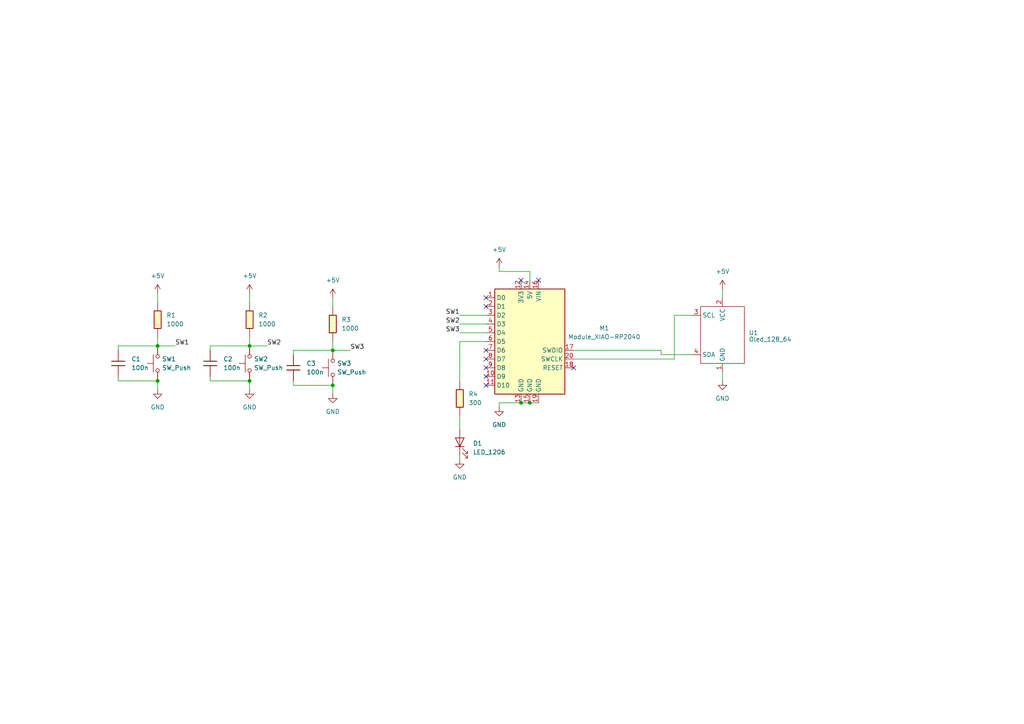
<source format=kicad_sch>
(kicad_sch (version 20250114) (generator "eeschema") (generator_version "9.0")
  (paper "A4")
  (lib_symbols
    (symbol "Fab Academy 2025:C_1206" (pin_numbers (hide yes))
      (property "Reference" "C" (at 0.635 2.54 0))
      (property "Value" "C_1206" (at 0.635 -2.54 0))
      (symbol "C_1206_1_1"
        (polyline (pts (xy -1.905 0.635) (xy 1.905 0.635)) (stroke (width 0.25)))
        (polyline (pts (xy -1.905 -0.635) (xy 1.905 -0.635)) (stroke (width 0.25)))
        (pin passive line (at 0 3.81 270) (length 3.175) (name "~") (number "1"))
        (pin passive line (at 0 -3.81 90) (length 3.175) (name "~") (number "2"))
      )
    )
    (symbol "Fab Academy 2025:LED_1206" (pin_numbers (hide yes)) (pin_names (offset 1.016) (hide yes))
      (property "Reference" "D" (at 0 2.54 0))
      (property "Value" "LED_1206" (at 0 -2.54 0))
      (symbol "LED_1206_0_1"
        (polyline (pts (xy -3.048 -0.762) (xy -4.572 -2.286) (xy -3.81 -2.286) (xy -4.572 -2.286) (xy -4.572 -1.524)))
        (polyline (pts (xy -1.778 -0.762) (xy -3.302 -2.286) (xy -2.54 -2.286) (xy -3.302 -2.286) (xy -3.302 -1.524)))
        (polyline (pts (xy -1.27 0) (xy 1.27 0)))
        (polyline (pts (xy -1.27 -1.27) (xy -1.27 1.27)) (stroke (width 0.2032)))
        (polyline (pts (xy 1.27 -1.27) (xy 1.27 1.27) (xy -1.27 0) (xy 1.27 -1.27)) (stroke (width 0.2032)))
      )
      (symbol "LED_1206_1_1"
        (pin passive line (at -3.81 0 0) (length 2.54) (name "K") (number "1"))
        (pin passive line (at 3.81 0 180) (length 2.54) (name "A") (number "2"))
      )
    )
    (symbol "Fab Academy 2025:Module_XIAO-RP2040"
      (property "Reference" "M" (at -10.16 16.51 0))
      (property "Value" "Module_XIAO-RP2040" (at 3.81 16.51 0))
      (symbol "Module_XIAO-RP2040_1_1"
        (rectangle (start -10.16 15.24) (end 10.16 -15.24) (stroke (width 0.254)) (fill (type background)))
        (pin bidirectional line (at -12.7 12.7 0) (length 2.54) (name "D0") (number "1"))
        (pin bidirectional line (at -12.7 10.16 0) (length 2.54) (name "D1") (number "2"))
        (pin bidirectional line (at -12.7 7.62 0) (length 2.54) (name "D2") (number "3"))
        (pin bidirectional line (at -12.7 5.08 0) (length 2.54) (name "D3") (number "4"))
        (pin bidirectional line (at -12.7 2.54 0) (length 2.54) (name "D4") (number "5"))
        (pin bidirectional line (at -12.7 0 0) (length 2.54) (name "D5") (number "6"))
        (pin bidirectional line (at -12.7 -2.54 0) (length 2.54) (name "D6") (number "7"))
        (pin bidirectional line (at -12.7 -5.08 0) (length 2.54) (name "D7") (number "8"))
        (pin bidirectional line (at -12.7 -7.62 0) (length 2.54) (name "D8") (number "9"))
        (pin bidirectional line (at -12.7 -10.16 0) (length 2.54) (name "D9") (number "10"))
        (pin bidirectional line (at -12.7 -12.7 0) (length 2.54) (name "D10") (number "11"))
        (pin power_in line (at -2.54 17.78 270) (length 2.54) (name "3V3") (number "12"))
        (pin power_in line (at -2.54 -17.78 90) (length 2.54) (name "GND") (number "13"))
        (pin power_in line (at 0 17.78 270) (length 2.54) (name "5V") (number "14"))
        (pin power_in line (at 0 -17.78 90) (length 2.54) (name "GND") (number "15"))
        (pin power_in line (at 2.54 17.78 270) (length 2.54) (name "VIN") (number "16"))
        (pin power_in line (at 2.54 -17.78 90) (length 2.54) (name "GND") (number "19"))
        (pin bidirectional line (at 12.7 -2.54 180) (length 2.54) (name "SWDIO") (number "17"))
        (pin input line (at 12.7 -5.08 180) (length 2.54) (name "SWCLK") (number "20"))
        (pin input line (at 12.7 -7.62 180) (length 2.54) (name "RESET") (number "18"))
      )
    )
    (symbol "Fab Academy 2025:R_1206" (pin_numbers (hide yes)) (pin_names (offset 0))
      (property "Reference" "R" (at 2.54 0 90))
      (property "Value" "R_1206" (at -2.54 0 90))
      (symbol "R_1206_0_1"
        (rectangle (start -1.016 -2.54) (end 1.016 2.54) (stroke (width 0.254)) (fill (type background)))
      )
      (symbol "R_1206_1_1"
        (pin passive line (at 0 5.08 270) (length 2.54) (name "~") (number "1"))
        (pin passive line (at 0 -5.08 90) (length 2.54) (name "~") (number "2"))
      )
    )
    (symbol "Fab Academy 2025:Switch_Tactile_Omron" (pin_numbers (hide yes)) (pin_names (offset 1.016) (hide yes))
      (property "Reference" "SW" (at 1.27 2.54 0))
      (property "Value" "Switch_Tactile_Omron" (at 0 -1.524 0))
      (symbol "Switch_Tactile_Omron_0_1"
        (circle (center -2.032 0) (radius 0.508))
        (polyline (pts (xy 0 1.27) (xy 0 3.048)))
        (circle (center 2.032 0) (radius 0.508))
        (polyline (pts (xy 2.54 1.27) (xy -2.54 1.27)))
        (pin passive line (at -5.08 0 0) (length 2.54) (name "1") (number "1"))
        (pin passive line (at 5.08 0 180) (length 2.54) (name "2") (number "2"))
      )
    )
    (symbol "power:+5V" (power) (pin_numbers (hide yes)) (pin_names (offset 0) (hide yes))
      (property "Value" "+5V" (at 0 3.556 0))
      (symbol "+5V_0_1"
        (polyline (pts (xy -0.762 1.27) (xy 0 2.54)))
        (polyline (pts (xy 0 2.54) (xy 0.762 1.27)))
        (polyline (pts (xy 0 0) (xy 0 2.54)))
      )
      (symbol "+5V_1_1"
        (pin power_in line (at 0 0 90) (length 0) (name "~") (number "1"))
      )
    )
    (symbol "power:GND" (power) (pin_numbers (hide yes)) (pin_names (offset 0) (hide yes))
      (property "Value" "GND" (at 0 -3.81 0))
      (symbol "GND_0_1"
        (polyline (pts (xy 0 0) (xy 0 -1.27) (xy 1.27 -1.27) (xy 0 -2.54) (xy -1.27 -1.27) (xy 0 -1.27)))
      )
      (symbol "GND_1_1"
        (pin power_in line (at 0 0 270) (length 0) (name "~") (number "1"))
      )
    )
    (symbol "training board  3 symbol:oled_adafruit"
      (property "Reference" "U" (at 2.54 -1.778 0))
      (property "Value" "Oled_128_64" (at 2.54 -4.572 0))
      (symbol "oled_adafruit_0_1"
        (rectangle (start -3.81 5.08) (end 8.89 -11.43))
      )
      (symbol "oled_adafruit_1_1"
        (pin input line (at -6.35 2.54 0) (length 2.54) (name "SCL") (number "3"))
        (pin bidirectional line (at -6.35 -8.89 0) (length 2.54) (name "SDA") (number "4"))
        (pin power_in line (at 2.54 7.62 270) (length 2.54) (name "VCC") (number "2"))
        (pin power_out line (at 2.54 -13.97 90) (length 2.54) (name "GND") (number "1"))
      )
    )
  )
  (junction (at 45.72 110.49))
  (junction (at 72.39 110.49))
  (junction (at 72.39 100.33))
  (junction (at 96.52 111.76))
  (junction (at 96.52 101.6))
  (junction (at 153.67 116.84))
  (junction (at 151.13 116.84))
  (junction (at 45.72 100.33))
  (no_connect (at 151.13 81.28))
  (no_connect (at 140.97 111.76))
  (no_connect (at 166.37 106.68))
  (no_connect (at 156.21 81.28))
  (no_connect (at 140.97 86.36))
  (no_connect (at 140.97 104.14))
  (no_connect (at 140.97 101.6))
  (no_connect (at 140.97 106.68))
  (no_connect (at 140.97 109.22))
  (no_connect (at 140.97 88.9))
  (wire (pts (xy 34.29 101.6) (xy 34.29 100.33)))
  (wire (pts (xy 156.21 116.84) (xy 153.67 116.84)))
  (wire (pts (xy 153.67 78.74) (xy 144.78 78.74)))
  (wire (pts (xy 133.35 99.06) (xy 140.97 99.06)))
  (wire (pts (xy 133.35 91.44) (xy 140.97 91.44)))
  (wire (pts (xy 133.35 96.52) (xy 140.97 96.52)))
  (wire (pts (xy 166.37 104.14) (xy 195.58 104.14)))
  (wire (pts (xy 200.66 91.44) (xy 195.58 91.44)))
  (wire (pts (xy 45.72 97.79) (xy 45.72 100.33)))
  (wire (pts (xy 60.96 110.49) (xy 72.39 110.49)))
  (wire (pts (xy 72.39 85.09) (xy 72.39 87.63)))
  (wire (pts (xy 34.29 110.49) (xy 45.72 110.49)))
  (wire (pts (xy 34.29 100.33) (xy 45.72 100.33)))
  (wire (pts (xy 153.67 78.74) (xy 153.67 81.28)))
  (wire (pts (xy 133.35 120.65) (xy 133.35 124.46)))
  (wire (pts (xy 209.55 107.95) (xy 209.55 110.49)))
  (wire (pts (xy 96.52 99.06) (xy 96.52 101.6)))
  (wire (pts (xy 72.39 100.33) (xy 77.47 100.33)))
  (wire (pts (xy 72.39 97.79) (xy 72.39 100.33)))
  (wire (pts (xy 60.96 109.22) (xy 60.96 110.49)))
  (wire (pts (xy 85.09 102.87) (xy 85.09 101.6)))
  (wire (pts (xy 191.77 102.87) (xy 191.77 101.6)))
  (wire (pts (xy 60.96 101.6) (xy 60.96 100.33)))
  (wire (pts (xy 144.78 78.74) (xy 144.78 77.47)))
  (wire (pts (xy 60.96 100.33) (xy 72.39 100.33)))
  (wire (pts (xy 85.09 101.6) (xy 96.52 101.6)))
  (wire (pts (xy 85.09 111.76) (xy 96.52 111.76)))
  (wire (pts (xy 195.58 91.44) (xy 195.58 104.14)))
  (wire (pts (xy 85.09 110.49) (xy 85.09 111.76)))
  (wire (pts (xy 133.35 132.08) (xy 133.35 133.35)))
  (wire (pts (xy 151.13 116.84) (xy 144.78 116.84)))
  (wire (pts (xy 133.35 110.49) (xy 133.35 99.06)))
  (wire (pts (xy 200.66 102.87) (xy 191.77 102.87)))
  (wire (pts (xy 133.35 93.98) (xy 140.97 93.98)))
  (wire (pts (xy 34.29 109.22) (xy 34.29 110.49)))
  (wire (pts (xy 96.52 101.6) (xy 101.6 101.6)))
  (wire (pts (xy 191.77 101.6) (xy 166.37 101.6)))
  (wire (pts (xy 45.72 110.49) (xy 45.72 113.03)))
  (wire (pts (xy 45.72 85.09) (xy 45.72 87.63)))
  (wire (pts (xy 45.72 100.33) (xy 50.8 100.33)))
  (wire (pts (xy 153.67 116.84) (xy 151.13 116.84)))
  (wire (pts (xy 96.52 86.36) (xy 96.52 88.9)))
  (wire (pts (xy 72.39 110.49) (xy 72.39 113.03)))
  (wire (pts (xy 144.78 116.84) (xy 144.78 118.11)))
  (wire (pts (xy 96.52 111.76) (xy 96.52 114.3)))
  (wire (pts (xy 209.55 83.82) (xy 209.55 86.36)))
  (label "SW1" (at 50.8 100.33 0))
  (label "SW2" (at 133.35 93.98 180))
  (label "SW3" (at 133.35 96.52 180))
  (label "SW2" (at 77.47 100.33 0))
  (label "SW3" (at 101.6 101.6 0))
  (label "SW1" (at 133.35 91.44 180))
  (symbol (lib_id "Fab Academy 2025:R_1206") (at 96.52 93.98 0) (unit 1)
    (property "Reference" "R3" (at 99.06 92.7099 0) (effects (justify left)))
    (property "Value" "1000" (at 99.06 95.2499 0) (effects (justify left)))
    (property "Footprint" "Fab Academy 2025:R_1206" (effects (hide yes)))
    (property "Description" "Resistor" (effects (hide yes)))
  )
  (symbol (lib_id "power:GND") (at 45.72 113.03 0) (unit 1)
    (property "Reference" "#PWR04" (effects (hide yes)))
    (property "Value" "GND" (at 45.72 118.11 0))
    (property "Description" "Power symbol creates a global label with name \"GND\" , ground" (effects (hide yes)))
  )
  (symbol (lib_id "power:GND") (at 144.78 118.11 0) (unit 1)
    (property "Reference" "#PWR02" (effects (hide yes)))
    (property "Value" "GND" (at 144.78 123.19 0))
    (property "Description" "Power symbol creates a global label with name \"GND\" , ground" (effects (hide yes)))
  )
  (symbol (lib_id "power:+5V") (at 72.39 85.09 0) (unit 1)
    (property "Reference" "#PWR05" (effects (hide yes)))
    (property "Value" "+5V" (at 72.39 80.01 0))
    (property "Description" "Power symbol creates a global label with name \"+5V\"" (effects (hide yes)))
  )
  (symbol (lib_id "Fab Academy 2025:R_1206") (at 72.39 92.71 0) (unit 1)
    (property "Reference" "R2" (at 74.93 91.4399 0) (effects (justify left)))
    (property "Value" "1000" (at 74.93 93.9799 0) (effects (justify left)))
    (property "Footprint" "Fab Academy 2025:R_1206" (effects (hide yes)))
    (property "Description" "Resistor" (effects (hide yes)))
  )
  (symbol (lib_id "Fab Academy 2025:Module_XIAO-RP2040") (at 153.67 99.06 0) (unit 1)
    (property "Reference" "M1" (at 175.26 95.1798 0))
    (property "Value" "Module_XIAO-RP2040" (at 175.26 97.7198 0))
    (property "Footprint" "Fab Academy 2025:SeeedStudio_XIAO_RP2040" (effects (hide yes)))
    (property "Datasheet" "https://wiki.seeedstudio.com/XIAO-RP2040/" (effects (hide yes)))
    (property "Description" "RP2040 XIAO RP2040 - ARM® Cortex®-M0+ MCU 32-Bit Embedded Evaluation Board" (effects (hide yes)))
  )
  (symbol (lib_id "power:+5V") (at 45.72 85.09 0) (unit 1)
    (property "Reference" "#PWR03" (effects (hide yes)))
    (property "Value" "+5V" (at 45.72 80.01 0))
    (property "Description" "Power symbol creates a global label with name \"+5V\"" (effects (hide yes)))
  )
  (symbol (lib_id "Fab Academy 2025:C_1206") (at 60.96 105.41 0) (unit 1)
    (property "Reference" "C2" (at 64.77 104.1399 0) (effects (justify left)))
    (property "Value" "100n" (at 64.77 106.6799 0) (effects (justify left)))
    (property "Footprint" "Fab Academy 2025:C_1206" (effects (hide yes)))
    (property "Datasheet" "https://www.yageo.com/upload/media/product/productsearch/datasheet/mlcc/UPY-GP_NP0_16V-to-50V_18.pdf" (effects (hide yes)))
    (property "Description" "Unpolarized capacitor, SMD, 1206" (effects (hide yes)))
  )
  (symbol (lib_id "power:GND") (at 72.39 113.03 0) (unit 1)
    (property "Reference" "#PWR06" (effects (hide yes)))
    (property "Value" "GND" (at 72.39 118.11 0))
    (property "Description" "Power symbol creates a global label with name \"GND\" , ground" (effects (hide yes)))
  )
  (symbol (lib_id "Fab Academy 2025:C_1206") (at 85.09 106.68 0) (unit 1)
    (property "Reference" "C3" (at 88.9 105.4099 0) (effects (justify left)))
    (property "Value" "100n" (at 88.9 107.9499 0) (effects (justify left)))
    (property "Footprint" "Fab Academy 2025:C_1206" (effects (hide yes)))
    (property "Datasheet" "https://www.yageo.com/upload/media/product/productsearch/datasheet/mlcc/UPY-GP_NP0_16V-to-50V_18.pdf" (effects (hide yes)))
    (property "Description" "Unpolarized capacitor, SMD, 1206" (effects (hide yes)))
  )
  (symbol (lib_id "Fab Academy 2025:LED_1206") (at 133.35 128.27 90) (unit 1)
    (property "Reference" "D1" (at 137.16 128.6001 90) (effects (justify right)))
    (property "Value" "LED_1206" (at 137.16 131.1401 90) (effects (justify right)))
    (property "Footprint" "Fab Academy 2025:LED_1206" (effects (hide yes)))
    (property "Datasheet" "https://optoelectronics.liteon.com/upload/download/DS-22-98-0002/LTST-C150CKT.pdf" (effects (hide yes)))
    (property "Description" "Light emitting diode, Lite-On Inc. LTST, SMD" (effects (hide yes)))
  )
  (symbol (lib_id "power:GND") (at 96.52 114.3 0) (unit 1)
    (property "Reference" "#PWR08" (effects (hide yes)))
    (property "Value" "GND" (at 96.52 119.38 0))
    (property "Description" "Power symbol creates a global label with name \"GND\" , ground" (effects (hide yes)))
  )
  (symbol (lib_id "Fab Academy 2025:R_1206") (at 133.35 115.57 0) (unit 1)
    (property "Reference" "R4" (at 135.89 114.2999 0) (effects (justify left)))
    (property "Value" "300" (at 135.89 116.8399 0) (effects (justify left)))
    (property "Footprint" "Fab Academy 2025:R_1206" (effects (hide yes)))
    (property "Description" "Resistor" (effects (hide yes)))
  )
  (symbol (lib_id "power:GND") (at 133.35 133.35 0) (unit 1)
    (property "Reference" "#PWR09" (effects (hide yes)))
    (property "Value" "GND" (at 133.35 138.43 0))
    (property "Description" "Power symbol creates a global label with name \"GND\" , ground" (effects (hide yes)))
  )
  (symbol (lib_id "Fab Academy 2025:Switch_Tactile_Omron") (at 72.39 105.41 90) (unit 1)
    (property "Reference" "SW2" (at 73.66 104.1399 90) (effects (justify right)))
    (property "Value" "SW_Push" (at 73.66 106.6799 90) (effects (justify right)))
    (property "Footprint" "Fab Academy 2025:Button_Omron_B3SN_6.0x6.0mm" (effects (hide yes)))
    (property "Datasheet" "https://omronfs.omron.com/en_US/ecb/products/pdf/en-b3sn.pdf" (effects (hide yes)))
    (property "Description" "Push button switch, Omron, B3SN, Sealed Tactile Switch (SMT), SPST-NO Top Actuated Surface Mount" (effects (hide yes)))
  )
  (symbol (lib_id "Fab Academy 2025:C_1206") (at 34.29 105.41 0) (unit 1)
    (property "Reference" "C1" (at 38.1 104.1399 0) (effects (justify left)))
    (property "Value" "100n" (at 38.1 106.6799 0) (effects (justify left)))
    (property "Footprint" "Fab Academy 2025:C_1206" (effects (hide yes)))
    (property "Datasheet" "https://www.yageo.com/upload/media/product/productsearch/datasheet/mlcc/UPY-GP_NP0_16V-to-50V_18.pdf" (effects (hide yes)))
    (property "Description" "Unpolarized capacitor, SMD, 1206" (effects (hide yes)))
  )
  (symbol (lib_id "Fab Academy 2025:R_1206") (at 45.72 92.71 0) (unit 1)
    (property "Reference" "R1" (at 48.26 91.4399 0) (effects (justify left)))
    (property "Value" "1000" (at 48.26 93.9799 0) (effects (justify left)))
    (property "Footprint" "Fab Academy 2025:R_1206" (effects (hide yes)))
    (property "Description" "Resistor" (effects (hide yes)))
  )
  (symbol (lib_id "Fab Academy 2025:Switch_Tactile_Omron") (at 96.52 106.68 90) (unit 1)
    (property "Reference" "SW3" (at 97.79 105.4099 90) (effects (justify right)))
    (property "Value" "SW_Push" (at 97.79 107.9499 90) (effects (justify right)))
    (property "Footprint" "Fab Academy 2025:Button_Omron_B3SN_6.0x6.0mm" (effects (hide yes)))
    (property "Datasheet" "https://omronfs.omron.com/en_US/ecb/products/pdf/en-b3sn.pdf" (effects (hide yes)))
    (property "Description" "Push button switch, Omron, B3SN, Sealed Tactile Switch (SMT), SPST-NO Top Actuated Surface Mount" (effects (hide yes)))
  )
  (symbol (lib_id "power:+5V") (at 96.52 86.36 0) (unit 1)
    (property "Reference" "#PWR07" (effects (hide yes)))
    (property "Value" "+5V" (at 96.52 81.28 0))
    (property "Description" "Power symbol creates a global label with name \"+5V\"" (effects (hide yes)))
  )
  (symbol (lib_id "power:GND") (at 209.55 110.49 0) (unit 1)
    (property "Reference" "#PWR010" (effects (hide yes)))
    (property "Value" "GND" (at 209.55 115.57 0))
    (property "Description" "Power symbol creates a global label with name \"GND\" , ground" (effects (hide yes)))
  )
  (symbol (lib_id "training board  3 symbol:oled_adafruit") (at 207.01 93.98 0) (unit 1)
    (property "Reference" "U1" (at 217.17 96.5199 0) (effects (justify left)))
    (property "Value" "Oled_128_64" (at 217.17 98.425 0) (effects (justify left)))
  )
  (symbol (lib_id "power:+5V") (at 209.55 83.82 0) (unit 1)
    (property "Reference" "#PWR011" (effects (hide yes)))
    (property "Value" "+5V" (at 209.55 78.74 0))
    (property "Description" "Power symbol creates a global label with name \"+5V\"" (effects (hide yes)))
  )
  (symbol (lib_id "Fab Academy 2025:Switch_Tactile_Omron") (at 45.72 105.41 90) (unit 1)
    (property "Reference" "SW1" (at 46.99 104.1399 90) (effects (justify right)))
    (property "Value" "SW_Push" (at 46.99 106.6799 90) (effects (justify right)))
    (property "Footprint" "Fab Academy 2025:Button_Omron_B3SN_6.0x6.0mm" (effects (hide yes)))
    (property "Datasheet" "https://omronfs.omron.com/en_US/ecb/products/pdf/en-b3sn.pdf" (effects (hide yes)))
    (property "Description" "Push button switch, Omron, B3SN, Sealed Tactile Switch (SMT), SPST-NO Top Actuated Surface Mount" (effects (hide yes)))
  )
  (symbol (lib_id "power:+5V") (at 144.78 77.47 0) (unit 1)
    (property "Reference" "#PWR01" (effects (hide yes)))
    (property "Value" "+5V" (at 144.78 72.39 0))
    (property "Description" "Power symbol creates a global label with name \"+5V\"" (effects (hide yes)))
  )
)
</source>
